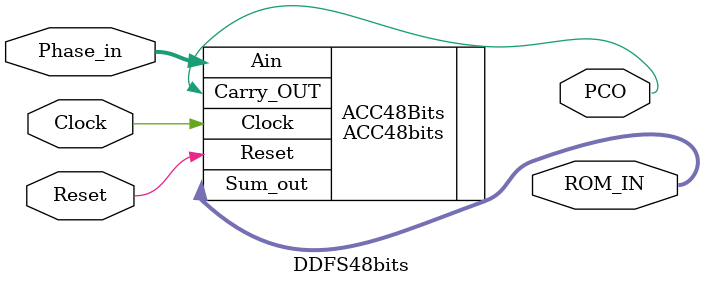
<source format=v>
`timescale	1ns/1ps

module	DDFS48bits(ROM_IN, PCO, Phase_in, Clock, Reset)	;

output	[13:0]	ROM_IN	;
wire	[13:0]	ROM_IN	;

output	PCO	;
wire	PCO	;

input	[47:0]	Phase_in	;
wire	[47:0]	Phase_in	;

input	Clock, Reset	;
wire	Clock, Reset	;


ACC48bits	ACC48Bits(.Sum_out(ROM_IN), .Carry_OUT(PCO), .Ain(Phase_in), .Clock(Clock), .Reset(Reset))	;


endmodule

</source>
